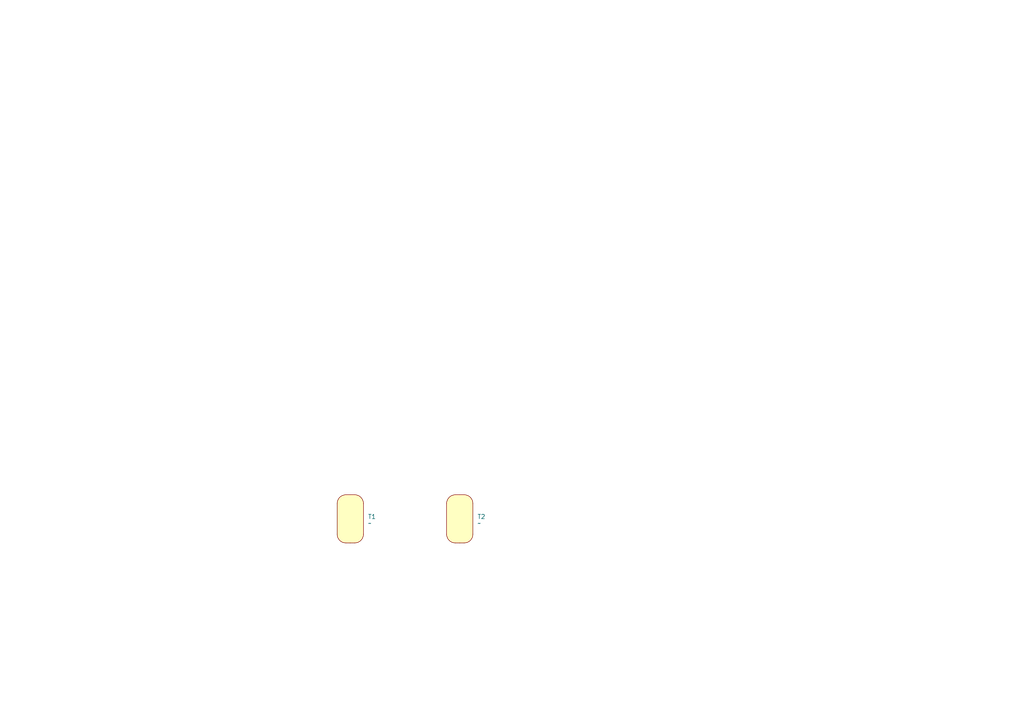
<source format=kicad_sch>
(kicad_sch (version 20231120) (generator "eeschema") (generator_version "8.0")
  (paper "A4")
  (lib_symbols
    (symbol "PID_symbols:Tank"
      (property "Reference" "T" (at 6.35 5.08 0))
      (symbol "Tank_0_1"
        (arc (start -2.54 0) (mid -1.7961 -1.7961) (end 0 -2.54))
        (polyline (pts (xy -2.54 0) (xy -2.54 8.89)))
        (polyline (pts (xy 0 -2.54) (xy 2.54 -2.54)))
        (polyline (pts (xy 0 11.43) (xy 2.54 11.43)))
        (polyline (pts (xy 5.08 0) (xy 5.08 8.89)))
        (arc (start 0 11.43) (mid -1.7961 10.6861) (end -2.54 8.89))
        (arc (start 2.54 -2.54) (mid 4.3361 -1.7961) (end 5.08 0))
        (arc (start 5.08 8.89) (mid 4.3361 10.6861) (end 2.54 11.43))
      )
      (symbol "Tank_1_1"
        (polyline (pts (xy -2.54 0) (xy -2.286 -1.016) (xy -2.032 -1.524) (xy -1.524 -2.032) (xy -1.016 -2.286) (xy -0.254 -2.54) (xy 1.524 -2.54) (xy 2.286 -2.54) (xy 3.048 -2.54) (xy 4.064 -2.032) (xy 4.572 -1.524) (xy 4.826 -1.016) (xy 5.08 0) (xy 5.08 3.81) (xy 5.08 8.89) (xy 4.826 9.906) (xy 4.318 10.668) (xy 3.81 11.176) (xy 3.048 11.43) (xy 1.524 11.43) (xy 0.508 11.43) (xy -0.254 11.43) (xy -1.016 11.176) (xy -1.524 10.922) (xy -2.032 10.414) (xy -2.54 9.144) (xy -2.54 0)) (stroke (width -0.0001)) (fill (type background)))
        (pin passive line (at 1.27 -2.54 90) (length 0) (name "") (number ""))
        (pin passive line (at 1.27 11.43 270) (length 0) (name "") (number ""))
      )
    )
  )
  (symbol (lib_name "PID_symbols:Tank") (lib_id "PID_symbols:Tank") (at 132.08 154.94 0) (unit 1)
    (property "Reference" "T2" (at 138.43 149.8599 0) (effects (justify left)))
    (property "Value" "~" (at 138.43 151.765 0) (effects (justify left)))
  )
  (symbol (lib_id "PID_symbols:Tank") (at 100.33 154.94 0) (unit 1)
    (property "Reference" "T1" (at 106.68 149.8599 0) (effects (justify left)))
    (property "Value" "~" (at 106.68 151.765 0) (effects (justify left)))
  )
)
</source>
